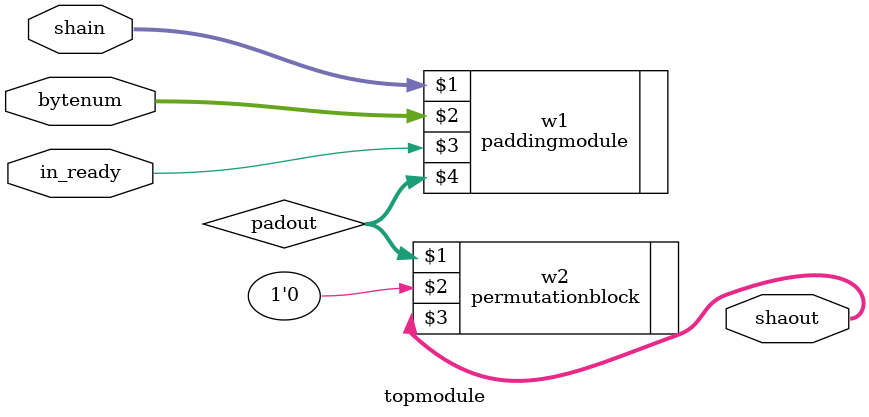
<source format=v>
`timescale 1ns / 1ps
module topmodule(
    input [511:0] shain,
	 input [2:0]bytenum,
	 input in_ready,
    output [1599:0] shaout
    );
	wire [575:0]padout; 
paddingmodule w1(shain,bytenum,in_ready,padout);
permutationblock w2(padout,1'b0,shaout);

endmodule

</source>
